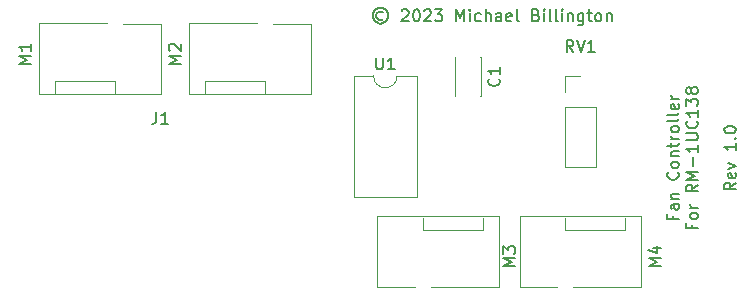
<source format=gto>
G04 #@! TF.GenerationSoftware,KiCad,Pcbnew,7.0.7+dfsg-1*
G04 #@! TF.CreationDate,2023-09-19T15:44:58+10:00*
G04 #@! TF.ProjectId,fan-controller,66616e2d-636f-46e7-9472-6f6c6c65722e,rev?*
G04 #@! TF.SameCoordinates,Original*
G04 #@! TF.FileFunction,Legend,Top*
G04 #@! TF.FilePolarity,Positive*
%FSLAX46Y46*%
G04 Gerber Fmt 4.6, Leading zero omitted, Abs format (unit mm)*
G04 Created by KiCad (PCBNEW 7.0.7+dfsg-1) date 2023-09-19 15:44:58*
%MOMM*%
%LPD*%
G01*
G04 APERTURE LIST*
%ADD10C,0.150000*%
%ADD11C,0.120000*%
%ADD12C,1.100000*%
%ADD13R,1.730000X2.030000*%
%ADD14O,1.730000X2.030000*%
%ADD15C,3.500000*%
%ADD16R,1.700000X1.700000*%
%ADD17O,1.700000X1.700000*%
%ADD18C,2.100000*%
%ADD19C,4.000000*%
%ADD20C,3.000000*%
%ADD21C,2.750000*%
%ADD22R,1.600000X1.600000*%
%ADD23O,1.600000X1.600000*%
%ADD24C,1.600000*%
G04 APERTURE END LIST*
D10*
X138206303Y-101237914D02*
X138111064Y-101190295D01*
X138111064Y-101190295D02*
X137920588Y-101190295D01*
X137920588Y-101190295D02*
X137825350Y-101237914D01*
X137825350Y-101237914D02*
X137730112Y-101333152D01*
X137730112Y-101333152D02*
X137682493Y-101428390D01*
X137682493Y-101428390D02*
X137682493Y-101618866D01*
X137682493Y-101618866D02*
X137730112Y-101714104D01*
X137730112Y-101714104D02*
X137825350Y-101809342D01*
X137825350Y-101809342D02*
X137920588Y-101856961D01*
X137920588Y-101856961D02*
X138111064Y-101856961D01*
X138111064Y-101856961D02*
X138206303Y-101809342D01*
X138015826Y-100856961D02*
X137777731Y-100904580D01*
X137777731Y-100904580D02*
X137539636Y-101047438D01*
X137539636Y-101047438D02*
X137396779Y-101285533D01*
X137396779Y-101285533D02*
X137349160Y-101523628D01*
X137349160Y-101523628D02*
X137396779Y-101761723D01*
X137396779Y-101761723D02*
X137539636Y-101999819D01*
X137539636Y-101999819D02*
X137777731Y-102142676D01*
X137777731Y-102142676D02*
X138015826Y-102190295D01*
X138015826Y-102190295D02*
X138253922Y-102142676D01*
X138253922Y-102142676D02*
X138492017Y-101999819D01*
X138492017Y-101999819D02*
X138634874Y-101761723D01*
X138634874Y-101761723D02*
X138682493Y-101523628D01*
X138682493Y-101523628D02*
X138634874Y-101285533D01*
X138634874Y-101285533D02*
X138492017Y-101047438D01*
X138492017Y-101047438D02*
X138253922Y-100904580D01*
X138253922Y-100904580D02*
X138015826Y-100856961D01*
X139825351Y-101095057D02*
X139872970Y-101047438D01*
X139872970Y-101047438D02*
X139968208Y-100999819D01*
X139968208Y-100999819D02*
X140206303Y-100999819D01*
X140206303Y-100999819D02*
X140301541Y-101047438D01*
X140301541Y-101047438D02*
X140349160Y-101095057D01*
X140349160Y-101095057D02*
X140396779Y-101190295D01*
X140396779Y-101190295D02*
X140396779Y-101285533D01*
X140396779Y-101285533D02*
X140349160Y-101428390D01*
X140349160Y-101428390D02*
X139777732Y-101999819D01*
X139777732Y-101999819D02*
X140396779Y-101999819D01*
X141015827Y-100999819D02*
X141111065Y-100999819D01*
X141111065Y-100999819D02*
X141206303Y-101047438D01*
X141206303Y-101047438D02*
X141253922Y-101095057D01*
X141253922Y-101095057D02*
X141301541Y-101190295D01*
X141301541Y-101190295D02*
X141349160Y-101380771D01*
X141349160Y-101380771D02*
X141349160Y-101618866D01*
X141349160Y-101618866D02*
X141301541Y-101809342D01*
X141301541Y-101809342D02*
X141253922Y-101904580D01*
X141253922Y-101904580D02*
X141206303Y-101952200D01*
X141206303Y-101952200D02*
X141111065Y-101999819D01*
X141111065Y-101999819D02*
X141015827Y-101999819D01*
X141015827Y-101999819D02*
X140920589Y-101952200D01*
X140920589Y-101952200D02*
X140872970Y-101904580D01*
X140872970Y-101904580D02*
X140825351Y-101809342D01*
X140825351Y-101809342D02*
X140777732Y-101618866D01*
X140777732Y-101618866D02*
X140777732Y-101380771D01*
X140777732Y-101380771D02*
X140825351Y-101190295D01*
X140825351Y-101190295D02*
X140872970Y-101095057D01*
X140872970Y-101095057D02*
X140920589Y-101047438D01*
X140920589Y-101047438D02*
X141015827Y-100999819D01*
X141730113Y-101095057D02*
X141777732Y-101047438D01*
X141777732Y-101047438D02*
X141872970Y-100999819D01*
X141872970Y-100999819D02*
X142111065Y-100999819D01*
X142111065Y-100999819D02*
X142206303Y-101047438D01*
X142206303Y-101047438D02*
X142253922Y-101095057D01*
X142253922Y-101095057D02*
X142301541Y-101190295D01*
X142301541Y-101190295D02*
X142301541Y-101285533D01*
X142301541Y-101285533D02*
X142253922Y-101428390D01*
X142253922Y-101428390D02*
X141682494Y-101999819D01*
X141682494Y-101999819D02*
X142301541Y-101999819D01*
X142634875Y-100999819D02*
X143253922Y-100999819D01*
X143253922Y-100999819D02*
X142920589Y-101380771D01*
X142920589Y-101380771D02*
X143063446Y-101380771D01*
X143063446Y-101380771D02*
X143158684Y-101428390D01*
X143158684Y-101428390D02*
X143206303Y-101476009D01*
X143206303Y-101476009D02*
X143253922Y-101571247D01*
X143253922Y-101571247D02*
X143253922Y-101809342D01*
X143253922Y-101809342D02*
X143206303Y-101904580D01*
X143206303Y-101904580D02*
X143158684Y-101952200D01*
X143158684Y-101952200D02*
X143063446Y-101999819D01*
X143063446Y-101999819D02*
X142777732Y-101999819D01*
X142777732Y-101999819D02*
X142682494Y-101952200D01*
X142682494Y-101952200D02*
X142634875Y-101904580D01*
X144444399Y-101999819D02*
X144444399Y-100999819D01*
X144444399Y-100999819D02*
X144777732Y-101714104D01*
X144777732Y-101714104D02*
X145111065Y-100999819D01*
X145111065Y-100999819D02*
X145111065Y-101999819D01*
X145587256Y-101999819D02*
X145587256Y-101333152D01*
X145587256Y-100999819D02*
X145539637Y-101047438D01*
X145539637Y-101047438D02*
X145587256Y-101095057D01*
X145587256Y-101095057D02*
X145634875Y-101047438D01*
X145634875Y-101047438D02*
X145587256Y-100999819D01*
X145587256Y-100999819D02*
X145587256Y-101095057D01*
X146492017Y-101952200D02*
X146396779Y-101999819D01*
X146396779Y-101999819D02*
X146206303Y-101999819D01*
X146206303Y-101999819D02*
X146111065Y-101952200D01*
X146111065Y-101952200D02*
X146063446Y-101904580D01*
X146063446Y-101904580D02*
X146015827Y-101809342D01*
X146015827Y-101809342D02*
X146015827Y-101523628D01*
X146015827Y-101523628D02*
X146063446Y-101428390D01*
X146063446Y-101428390D02*
X146111065Y-101380771D01*
X146111065Y-101380771D02*
X146206303Y-101333152D01*
X146206303Y-101333152D02*
X146396779Y-101333152D01*
X146396779Y-101333152D02*
X146492017Y-101380771D01*
X146920589Y-101999819D02*
X146920589Y-100999819D01*
X147349160Y-101999819D02*
X147349160Y-101476009D01*
X147349160Y-101476009D02*
X147301541Y-101380771D01*
X147301541Y-101380771D02*
X147206303Y-101333152D01*
X147206303Y-101333152D02*
X147063446Y-101333152D01*
X147063446Y-101333152D02*
X146968208Y-101380771D01*
X146968208Y-101380771D02*
X146920589Y-101428390D01*
X148253922Y-101999819D02*
X148253922Y-101476009D01*
X148253922Y-101476009D02*
X148206303Y-101380771D01*
X148206303Y-101380771D02*
X148111065Y-101333152D01*
X148111065Y-101333152D02*
X147920589Y-101333152D01*
X147920589Y-101333152D02*
X147825351Y-101380771D01*
X148253922Y-101952200D02*
X148158684Y-101999819D01*
X148158684Y-101999819D02*
X147920589Y-101999819D01*
X147920589Y-101999819D02*
X147825351Y-101952200D01*
X147825351Y-101952200D02*
X147777732Y-101856961D01*
X147777732Y-101856961D02*
X147777732Y-101761723D01*
X147777732Y-101761723D02*
X147825351Y-101666485D01*
X147825351Y-101666485D02*
X147920589Y-101618866D01*
X147920589Y-101618866D02*
X148158684Y-101618866D01*
X148158684Y-101618866D02*
X148253922Y-101571247D01*
X149111065Y-101952200D02*
X149015827Y-101999819D01*
X149015827Y-101999819D02*
X148825351Y-101999819D01*
X148825351Y-101999819D02*
X148730113Y-101952200D01*
X148730113Y-101952200D02*
X148682494Y-101856961D01*
X148682494Y-101856961D02*
X148682494Y-101476009D01*
X148682494Y-101476009D02*
X148730113Y-101380771D01*
X148730113Y-101380771D02*
X148825351Y-101333152D01*
X148825351Y-101333152D02*
X149015827Y-101333152D01*
X149015827Y-101333152D02*
X149111065Y-101380771D01*
X149111065Y-101380771D02*
X149158684Y-101476009D01*
X149158684Y-101476009D02*
X149158684Y-101571247D01*
X149158684Y-101571247D02*
X148682494Y-101666485D01*
X149730113Y-101999819D02*
X149634875Y-101952200D01*
X149634875Y-101952200D02*
X149587256Y-101856961D01*
X149587256Y-101856961D02*
X149587256Y-100999819D01*
X151206304Y-101476009D02*
X151349161Y-101523628D01*
X151349161Y-101523628D02*
X151396780Y-101571247D01*
X151396780Y-101571247D02*
X151444399Y-101666485D01*
X151444399Y-101666485D02*
X151444399Y-101809342D01*
X151444399Y-101809342D02*
X151396780Y-101904580D01*
X151396780Y-101904580D02*
X151349161Y-101952200D01*
X151349161Y-101952200D02*
X151253923Y-101999819D01*
X151253923Y-101999819D02*
X150872971Y-101999819D01*
X150872971Y-101999819D02*
X150872971Y-100999819D01*
X150872971Y-100999819D02*
X151206304Y-100999819D01*
X151206304Y-100999819D02*
X151301542Y-101047438D01*
X151301542Y-101047438D02*
X151349161Y-101095057D01*
X151349161Y-101095057D02*
X151396780Y-101190295D01*
X151396780Y-101190295D02*
X151396780Y-101285533D01*
X151396780Y-101285533D02*
X151349161Y-101380771D01*
X151349161Y-101380771D02*
X151301542Y-101428390D01*
X151301542Y-101428390D02*
X151206304Y-101476009D01*
X151206304Y-101476009D02*
X150872971Y-101476009D01*
X151872971Y-101999819D02*
X151872971Y-101333152D01*
X151872971Y-100999819D02*
X151825352Y-101047438D01*
X151825352Y-101047438D02*
X151872971Y-101095057D01*
X151872971Y-101095057D02*
X151920590Y-101047438D01*
X151920590Y-101047438D02*
X151872971Y-100999819D01*
X151872971Y-100999819D02*
X151872971Y-101095057D01*
X152492018Y-101999819D02*
X152396780Y-101952200D01*
X152396780Y-101952200D02*
X152349161Y-101856961D01*
X152349161Y-101856961D02*
X152349161Y-100999819D01*
X153015828Y-101999819D02*
X152920590Y-101952200D01*
X152920590Y-101952200D02*
X152872971Y-101856961D01*
X152872971Y-101856961D02*
X152872971Y-100999819D01*
X153396781Y-101999819D02*
X153396781Y-101333152D01*
X153396781Y-100999819D02*
X153349162Y-101047438D01*
X153349162Y-101047438D02*
X153396781Y-101095057D01*
X153396781Y-101095057D02*
X153444400Y-101047438D01*
X153444400Y-101047438D02*
X153396781Y-100999819D01*
X153396781Y-100999819D02*
X153396781Y-101095057D01*
X153872971Y-101333152D02*
X153872971Y-101999819D01*
X153872971Y-101428390D02*
X153920590Y-101380771D01*
X153920590Y-101380771D02*
X154015828Y-101333152D01*
X154015828Y-101333152D02*
X154158685Y-101333152D01*
X154158685Y-101333152D02*
X154253923Y-101380771D01*
X154253923Y-101380771D02*
X154301542Y-101476009D01*
X154301542Y-101476009D02*
X154301542Y-101999819D01*
X155206304Y-101333152D02*
X155206304Y-102142676D01*
X155206304Y-102142676D02*
X155158685Y-102237914D01*
X155158685Y-102237914D02*
X155111066Y-102285533D01*
X155111066Y-102285533D02*
X155015828Y-102333152D01*
X155015828Y-102333152D02*
X154872971Y-102333152D01*
X154872971Y-102333152D02*
X154777733Y-102285533D01*
X155206304Y-101952200D02*
X155111066Y-101999819D01*
X155111066Y-101999819D02*
X154920590Y-101999819D01*
X154920590Y-101999819D02*
X154825352Y-101952200D01*
X154825352Y-101952200D02*
X154777733Y-101904580D01*
X154777733Y-101904580D02*
X154730114Y-101809342D01*
X154730114Y-101809342D02*
X154730114Y-101523628D01*
X154730114Y-101523628D02*
X154777733Y-101428390D01*
X154777733Y-101428390D02*
X154825352Y-101380771D01*
X154825352Y-101380771D02*
X154920590Y-101333152D01*
X154920590Y-101333152D02*
X155111066Y-101333152D01*
X155111066Y-101333152D02*
X155206304Y-101380771D01*
X155539638Y-101333152D02*
X155920590Y-101333152D01*
X155682495Y-100999819D02*
X155682495Y-101856961D01*
X155682495Y-101856961D02*
X155730114Y-101952200D01*
X155730114Y-101952200D02*
X155825352Y-101999819D01*
X155825352Y-101999819D02*
X155920590Y-101999819D01*
X156396781Y-101999819D02*
X156301543Y-101952200D01*
X156301543Y-101952200D02*
X156253924Y-101904580D01*
X156253924Y-101904580D02*
X156206305Y-101809342D01*
X156206305Y-101809342D02*
X156206305Y-101523628D01*
X156206305Y-101523628D02*
X156253924Y-101428390D01*
X156253924Y-101428390D02*
X156301543Y-101380771D01*
X156301543Y-101380771D02*
X156396781Y-101333152D01*
X156396781Y-101333152D02*
X156539638Y-101333152D01*
X156539638Y-101333152D02*
X156634876Y-101380771D01*
X156634876Y-101380771D02*
X156682495Y-101428390D01*
X156682495Y-101428390D02*
X156730114Y-101523628D01*
X156730114Y-101523628D02*
X156730114Y-101809342D01*
X156730114Y-101809342D02*
X156682495Y-101904580D01*
X156682495Y-101904580D02*
X156634876Y-101952200D01*
X156634876Y-101952200D02*
X156539638Y-101999819D01*
X156539638Y-101999819D02*
X156396781Y-101999819D01*
X157158686Y-101333152D02*
X157158686Y-101999819D01*
X157158686Y-101428390D02*
X157206305Y-101380771D01*
X157206305Y-101380771D02*
X157301543Y-101333152D01*
X157301543Y-101333152D02*
X157444400Y-101333152D01*
X157444400Y-101333152D02*
X157539638Y-101380771D01*
X157539638Y-101380771D02*
X157587257Y-101476009D01*
X157587257Y-101476009D02*
X157587257Y-101999819D01*
X162766009Y-118447144D02*
X162766009Y-118780477D01*
X163289819Y-118780477D02*
X162289819Y-118780477D01*
X162289819Y-118780477D02*
X162289819Y-118304287D01*
X163289819Y-117494763D02*
X162766009Y-117494763D01*
X162766009Y-117494763D02*
X162670771Y-117542382D01*
X162670771Y-117542382D02*
X162623152Y-117637620D01*
X162623152Y-117637620D02*
X162623152Y-117828096D01*
X162623152Y-117828096D02*
X162670771Y-117923334D01*
X163242200Y-117494763D02*
X163289819Y-117590001D01*
X163289819Y-117590001D02*
X163289819Y-117828096D01*
X163289819Y-117828096D02*
X163242200Y-117923334D01*
X163242200Y-117923334D02*
X163146961Y-117970953D01*
X163146961Y-117970953D02*
X163051723Y-117970953D01*
X163051723Y-117970953D02*
X162956485Y-117923334D01*
X162956485Y-117923334D02*
X162908866Y-117828096D01*
X162908866Y-117828096D02*
X162908866Y-117590001D01*
X162908866Y-117590001D02*
X162861247Y-117494763D01*
X162623152Y-117018572D02*
X163289819Y-117018572D01*
X162718390Y-117018572D02*
X162670771Y-116970953D01*
X162670771Y-116970953D02*
X162623152Y-116875715D01*
X162623152Y-116875715D02*
X162623152Y-116732858D01*
X162623152Y-116732858D02*
X162670771Y-116637620D01*
X162670771Y-116637620D02*
X162766009Y-116590001D01*
X162766009Y-116590001D02*
X163289819Y-116590001D01*
X163194580Y-114780477D02*
X163242200Y-114828096D01*
X163242200Y-114828096D02*
X163289819Y-114970953D01*
X163289819Y-114970953D02*
X163289819Y-115066191D01*
X163289819Y-115066191D02*
X163242200Y-115209048D01*
X163242200Y-115209048D02*
X163146961Y-115304286D01*
X163146961Y-115304286D02*
X163051723Y-115351905D01*
X163051723Y-115351905D02*
X162861247Y-115399524D01*
X162861247Y-115399524D02*
X162718390Y-115399524D01*
X162718390Y-115399524D02*
X162527914Y-115351905D01*
X162527914Y-115351905D02*
X162432676Y-115304286D01*
X162432676Y-115304286D02*
X162337438Y-115209048D01*
X162337438Y-115209048D02*
X162289819Y-115066191D01*
X162289819Y-115066191D02*
X162289819Y-114970953D01*
X162289819Y-114970953D02*
X162337438Y-114828096D01*
X162337438Y-114828096D02*
X162385057Y-114780477D01*
X163289819Y-114209048D02*
X163242200Y-114304286D01*
X163242200Y-114304286D02*
X163194580Y-114351905D01*
X163194580Y-114351905D02*
X163099342Y-114399524D01*
X163099342Y-114399524D02*
X162813628Y-114399524D01*
X162813628Y-114399524D02*
X162718390Y-114351905D01*
X162718390Y-114351905D02*
X162670771Y-114304286D01*
X162670771Y-114304286D02*
X162623152Y-114209048D01*
X162623152Y-114209048D02*
X162623152Y-114066191D01*
X162623152Y-114066191D02*
X162670771Y-113970953D01*
X162670771Y-113970953D02*
X162718390Y-113923334D01*
X162718390Y-113923334D02*
X162813628Y-113875715D01*
X162813628Y-113875715D02*
X163099342Y-113875715D01*
X163099342Y-113875715D02*
X163194580Y-113923334D01*
X163194580Y-113923334D02*
X163242200Y-113970953D01*
X163242200Y-113970953D02*
X163289819Y-114066191D01*
X163289819Y-114066191D02*
X163289819Y-114209048D01*
X162623152Y-113447143D02*
X163289819Y-113447143D01*
X162718390Y-113447143D02*
X162670771Y-113399524D01*
X162670771Y-113399524D02*
X162623152Y-113304286D01*
X162623152Y-113304286D02*
X162623152Y-113161429D01*
X162623152Y-113161429D02*
X162670771Y-113066191D01*
X162670771Y-113066191D02*
X162766009Y-113018572D01*
X162766009Y-113018572D02*
X163289819Y-113018572D01*
X162623152Y-112685238D02*
X162623152Y-112304286D01*
X162289819Y-112542381D02*
X163146961Y-112542381D01*
X163146961Y-112542381D02*
X163242200Y-112494762D01*
X163242200Y-112494762D02*
X163289819Y-112399524D01*
X163289819Y-112399524D02*
X163289819Y-112304286D01*
X163289819Y-111970952D02*
X162623152Y-111970952D01*
X162813628Y-111970952D02*
X162718390Y-111923333D01*
X162718390Y-111923333D02*
X162670771Y-111875714D01*
X162670771Y-111875714D02*
X162623152Y-111780476D01*
X162623152Y-111780476D02*
X162623152Y-111685238D01*
X163289819Y-111209047D02*
X163242200Y-111304285D01*
X163242200Y-111304285D02*
X163194580Y-111351904D01*
X163194580Y-111351904D02*
X163099342Y-111399523D01*
X163099342Y-111399523D02*
X162813628Y-111399523D01*
X162813628Y-111399523D02*
X162718390Y-111351904D01*
X162718390Y-111351904D02*
X162670771Y-111304285D01*
X162670771Y-111304285D02*
X162623152Y-111209047D01*
X162623152Y-111209047D02*
X162623152Y-111066190D01*
X162623152Y-111066190D02*
X162670771Y-110970952D01*
X162670771Y-110970952D02*
X162718390Y-110923333D01*
X162718390Y-110923333D02*
X162813628Y-110875714D01*
X162813628Y-110875714D02*
X163099342Y-110875714D01*
X163099342Y-110875714D02*
X163194580Y-110923333D01*
X163194580Y-110923333D02*
X163242200Y-110970952D01*
X163242200Y-110970952D02*
X163289819Y-111066190D01*
X163289819Y-111066190D02*
X163289819Y-111209047D01*
X163289819Y-110304285D02*
X163242200Y-110399523D01*
X163242200Y-110399523D02*
X163146961Y-110447142D01*
X163146961Y-110447142D02*
X162289819Y-110447142D01*
X163289819Y-109780475D02*
X163242200Y-109875713D01*
X163242200Y-109875713D02*
X163146961Y-109923332D01*
X163146961Y-109923332D02*
X162289819Y-109923332D01*
X163242200Y-109018570D02*
X163289819Y-109113808D01*
X163289819Y-109113808D02*
X163289819Y-109304284D01*
X163289819Y-109304284D02*
X163242200Y-109399522D01*
X163242200Y-109399522D02*
X163146961Y-109447141D01*
X163146961Y-109447141D02*
X162766009Y-109447141D01*
X162766009Y-109447141D02*
X162670771Y-109399522D01*
X162670771Y-109399522D02*
X162623152Y-109304284D01*
X162623152Y-109304284D02*
X162623152Y-109113808D01*
X162623152Y-109113808D02*
X162670771Y-109018570D01*
X162670771Y-109018570D02*
X162766009Y-108970951D01*
X162766009Y-108970951D02*
X162861247Y-108970951D01*
X162861247Y-108970951D02*
X162956485Y-109447141D01*
X163289819Y-108542379D02*
X162623152Y-108542379D01*
X162813628Y-108542379D02*
X162718390Y-108494760D01*
X162718390Y-108494760D02*
X162670771Y-108447141D01*
X162670771Y-108447141D02*
X162623152Y-108351903D01*
X162623152Y-108351903D02*
X162623152Y-108256665D01*
X164376009Y-119209047D02*
X164376009Y-119542380D01*
X164899819Y-119542380D02*
X163899819Y-119542380D01*
X163899819Y-119542380D02*
X163899819Y-119066190D01*
X164899819Y-118542380D02*
X164852200Y-118637618D01*
X164852200Y-118637618D02*
X164804580Y-118685237D01*
X164804580Y-118685237D02*
X164709342Y-118732856D01*
X164709342Y-118732856D02*
X164423628Y-118732856D01*
X164423628Y-118732856D02*
X164328390Y-118685237D01*
X164328390Y-118685237D02*
X164280771Y-118637618D01*
X164280771Y-118637618D02*
X164233152Y-118542380D01*
X164233152Y-118542380D02*
X164233152Y-118399523D01*
X164233152Y-118399523D02*
X164280771Y-118304285D01*
X164280771Y-118304285D02*
X164328390Y-118256666D01*
X164328390Y-118256666D02*
X164423628Y-118209047D01*
X164423628Y-118209047D02*
X164709342Y-118209047D01*
X164709342Y-118209047D02*
X164804580Y-118256666D01*
X164804580Y-118256666D02*
X164852200Y-118304285D01*
X164852200Y-118304285D02*
X164899819Y-118399523D01*
X164899819Y-118399523D02*
X164899819Y-118542380D01*
X164899819Y-117780475D02*
X164233152Y-117780475D01*
X164423628Y-117780475D02*
X164328390Y-117732856D01*
X164328390Y-117732856D02*
X164280771Y-117685237D01*
X164280771Y-117685237D02*
X164233152Y-117589999D01*
X164233152Y-117589999D02*
X164233152Y-117494761D01*
X164899819Y-115828094D02*
X164423628Y-116161427D01*
X164899819Y-116399522D02*
X163899819Y-116399522D01*
X163899819Y-116399522D02*
X163899819Y-116018570D01*
X163899819Y-116018570D02*
X163947438Y-115923332D01*
X163947438Y-115923332D02*
X163995057Y-115875713D01*
X163995057Y-115875713D02*
X164090295Y-115828094D01*
X164090295Y-115828094D02*
X164233152Y-115828094D01*
X164233152Y-115828094D02*
X164328390Y-115875713D01*
X164328390Y-115875713D02*
X164376009Y-115923332D01*
X164376009Y-115923332D02*
X164423628Y-116018570D01*
X164423628Y-116018570D02*
X164423628Y-116399522D01*
X164899819Y-115399522D02*
X163899819Y-115399522D01*
X163899819Y-115399522D02*
X164614104Y-115066189D01*
X164614104Y-115066189D02*
X163899819Y-114732856D01*
X163899819Y-114732856D02*
X164899819Y-114732856D01*
X164518866Y-114256665D02*
X164518866Y-113494761D01*
X164899819Y-112494761D02*
X164899819Y-113066189D01*
X164899819Y-112780475D02*
X163899819Y-112780475D01*
X163899819Y-112780475D02*
X164042676Y-112875713D01*
X164042676Y-112875713D02*
X164137914Y-112970951D01*
X164137914Y-112970951D02*
X164185533Y-113066189D01*
X163899819Y-112066189D02*
X164709342Y-112066189D01*
X164709342Y-112066189D02*
X164804580Y-112018570D01*
X164804580Y-112018570D02*
X164852200Y-111970951D01*
X164852200Y-111970951D02*
X164899819Y-111875713D01*
X164899819Y-111875713D02*
X164899819Y-111685237D01*
X164899819Y-111685237D02*
X164852200Y-111589999D01*
X164852200Y-111589999D02*
X164804580Y-111542380D01*
X164804580Y-111542380D02*
X164709342Y-111494761D01*
X164709342Y-111494761D02*
X163899819Y-111494761D01*
X164804580Y-110447142D02*
X164852200Y-110494761D01*
X164852200Y-110494761D02*
X164899819Y-110637618D01*
X164899819Y-110637618D02*
X164899819Y-110732856D01*
X164899819Y-110732856D02*
X164852200Y-110875713D01*
X164852200Y-110875713D02*
X164756961Y-110970951D01*
X164756961Y-110970951D02*
X164661723Y-111018570D01*
X164661723Y-111018570D02*
X164471247Y-111066189D01*
X164471247Y-111066189D02*
X164328390Y-111066189D01*
X164328390Y-111066189D02*
X164137914Y-111018570D01*
X164137914Y-111018570D02*
X164042676Y-110970951D01*
X164042676Y-110970951D02*
X163947438Y-110875713D01*
X163947438Y-110875713D02*
X163899819Y-110732856D01*
X163899819Y-110732856D02*
X163899819Y-110637618D01*
X163899819Y-110637618D02*
X163947438Y-110494761D01*
X163947438Y-110494761D02*
X163995057Y-110447142D01*
X164899819Y-109494761D02*
X164899819Y-110066189D01*
X164899819Y-109780475D02*
X163899819Y-109780475D01*
X163899819Y-109780475D02*
X164042676Y-109875713D01*
X164042676Y-109875713D02*
X164137914Y-109970951D01*
X164137914Y-109970951D02*
X164185533Y-110066189D01*
X163899819Y-109161427D02*
X163899819Y-108542380D01*
X163899819Y-108542380D02*
X164280771Y-108875713D01*
X164280771Y-108875713D02*
X164280771Y-108732856D01*
X164280771Y-108732856D02*
X164328390Y-108637618D01*
X164328390Y-108637618D02*
X164376009Y-108589999D01*
X164376009Y-108589999D02*
X164471247Y-108542380D01*
X164471247Y-108542380D02*
X164709342Y-108542380D01*
X164709342Y-108542380D02*
X164804580Y-108589999D01*
X164804580Y-108589999D02*
X164852200Y-108637618D01*
X164852200Y-108637618D02*
X164899819Y-108732856D01*
X164899819Y-108732856D02*
X164899819Y-109018570D01*
X164899819Y-109018570D02*
X164852200Y-109113808D01*
X164852200Y-109113808D02*
X164804580Y-109161427D01*
X164328390Y-107970951D02*
X164280771Y-108066189D01*
X164280771Y-108066189D02*
X164233152Y-108113808D01*
X164233152Y-108113808D02*
X164137914Y-108161427D01*
X164137914Y-108161427D02*
X164090295Y-108161427D01*
X164090295Y-108161427D02*
X163995057Y-108113808D01*
X163995057Y-108113808D02*
X163947438Y-108066189D01*
X163947438Y-108066189D02*
X163899819Y-107970951D01*
X163899819Y-107970951D02*
X163899819Y-107780475D01*
X163899819Y-107780475D02*
X163947438Y-107685237D01*
X163947438Y-107685237D02*
X163995057Y-107637618D01*
X163995057Y-107637618D02*
X164090295Y-107589999D01*
X164090295Y-107589999D02*
X164137914Y-107589999D01*
X164137914Y-107589999D02*
X164233152Y-107637618D01*
X164233152Y-107637618D02*
X164280771Y-107685237D01*
X164280771Y-107685237D02*
X164328390Y-107780475D01*
X164328390Y-107780475D02*
X164328390Y-107970951D01*
X164328390Y-107970951D02*
X164376009Y-108066189D01*
X164376009Y-108066189D02*
X164423628Y-108113808D01*
X164423628Y-108113808D02*
X164518866Y-108161427D01*
X164518866Y-108161427D02*
X164709342Y-108161427D01*
X164709342Y-108161427D02*
X164804580Y-108113808D01*
X164804580Y-108113808D02*
X164852200Y-108066189D01*
X164852200Y-108066189D02*
X164899819Y-107970951D01*
X164899819Y-107970951D02*
X164899819Y-107780475D01*
X164899819Y-107780475D02*
X164852200Y-107685237D01*
X164852200Y-107685237D02*
X164804580Y-107637618D01*
X164804580Y-107637618D02*
X164709342Y-107589999D01*
X164709342Y-107589999D02*
X164518866Y-107589999D01*
X164518866Y-107589999D02*
X164423628Y-107637618D01*
X164423628Y-107637618D02*
X164376009Y-107685237D01*
X164376009Y-107685237D02*
X164328390Y-107780475D01*
X168119819Y-115661428D02*
X167643628Y-115994761D01*
X168119819Y-116232856D02*
X167119819Y-116232856D01*
X167119819Y-116232856D02*
X167119819Y-115851904D01*
X167119819Y-115851904D02*
X167167438Y-115756666D01*
X167167438Y-115756666D02*
X167215057Y-115709047D01*
X167215057Y-115709047D02*
X167310295Y-115661428D01*
X167310295Y-115661428D02*
X167453152Y-115661428D01*
X167453152Y-115661428D02*
X167548390Y-115709047D01*
X167548390Y-115709047D02*
X167596009Y-115756666D01*
X167596009Y-115756666D02*
X167643628Y-115851904D01*
X167643628Y-115851904D02*
X167643628Y-116232856D01*
X168072200Y-114851904D02*
X168119819Y-114947142D01*
X168119819Y-114947142D02*
X168119819Y-115137618D01*
X168119819Y-115137618D02*
X168072200Y-115232856D01*
X168072200Y-115232856D02*
X167976961Y-115280475D01*
X167976961Y-115280475D02*
X167596009Y-115280475D01*
X167596009Y-115280475D02*
X167500771Y-115232856D01*
X167500771Y-115232856D02*
X167453152Y-115137618D01*
X167453152Y-115137618D02*
X167453152Y-114947142D01*
X167453152Y-114947142D02*
X167500771Y-114851904D01*
X167500771Y-114851904D02*
X167596009Y-114804285D01*
X167596009Y-114804285D02*
X167691247Y-114804285D01*
X167691247Y-114804285D02*
X167786485Y-115280475D01*
X167453152Y-114470951D02*
X168119819Y-114232856D01*
X168119819Y-114232856D02*
X167453152Y-113994761D01*
X168119819Y-112328094D02*
X168119819Y-112899522D01*
X168119819Y-112613808D02*
X167119819Y-112613808D01*
X167119819Y-112613808D02*
X167262676Y-112709046D01*
X167262676Y-112709046D02*
X167357914Y-112804284D01*
X167357914Y-112804284D02*
X167405533Y-112899522D01*
X168024580Y-111899522D02*
X168072200Y-111851903D01*
X168072200Y-111851903D02*
X168119819Y-111899522D01*
X168119819Y-111899522D02*
X168072200Y-111947141D01*
X168072200Y-111947141D02*
X168024580Y-111899522D01*
X168024580Y-111899522D02*
X168119819Y-111899522D01*
X167119819Y-111232856D02*
X167119819Y-111137618D01*
X167119819Y-111137618D02*
X167167438Y-111042380D01*
X167167438Y-111042380D02*
X167215057Y-110994761D01*
X167215057Y-110994761D02*
X167310295Y-110947142D01*
X167310295Y-110947142D02*
X167500771Y-110899523D01*
X167500771Y-110899523D02*
X167738866Y-110899523D01*
X167738866Y-110899523D02*
X167929342Y-110947142D01*
X167929342Y-110947142D02*
X168024580Y-110994761D01*
X168024580Y-110994761D02*
X168072200Y-111042380D01*
X168072200Y-111042380D02*
X168119819Y-111137618D01*
X168119819Y-111137618D02*
X168119819Y-111232856D01*
X168119819Y-111232856D02*
X168072200Y-111328094D01*
X168072200Y-111328094D02*
X168024580Y-111375713D01*
X168024580Y-111375713D02*
X167929342Y-111423332D01*
X167929342Y-111423332D02*
X167738866Y-111470951D01*
X167738866Y-111470951D02*
X167500771Y-111470951D01*
X167500771Y-111470951D02*
X167310295Y-111423332D01*
X167310295Y-111423332D02*
X167215057Y-111375713D01*
X167215057Y-111375713D02*
X167167438Y-111328094D01*
X167167438Y-111328094D02*
X167119819Y-111232856D01*
X121104819Y-105584523D02*
X120104819Y-105584523D01*
X120104819Y-105584523D02*
X120819104Y-105251190D01*
X120819104Y-105251190D02*
X120104819Y-104917857D01*
X120104819Y-104917857D02*
X121104819Y-104917857D01*
X120200057Y-104489285D02*
X120152438Y-104441666D01*
X120152438Y-104441666D02*
X120104819Y-104346428D01*
X120104819Y-104346428D02*
X120104819Y-104108333D01*
X120104819Y-104108333D02*
X120152438Y-104013095D01*
X120152438Y-104013095D02*
X120200057Y-103965476D01*
X120200057Y-103965476D02*
X120295295Y-103917857D01*
X120295295Y-103917857D02*
X120390533Y-103917857D01*
X120390533Y-103917857D02*
X120533390Y-103965476D01*
X120533390Y-103965476D02*
X121104819Y-104536904D01*
X121104819Y-104536904D02*
X121104819Y-103917857D01*
X161744819Y-122729523D02*
X160744819Y-122729523D01*
X160744819Y-122729523D02*
X161459104Y-122396190D01*
X161459104Y-122396190D02*
X160744819Y-122062857D01*
X160744819Y-122062857D02*
X161744819Y-122062857D01*
X161078152Y-121158095D02*
X161744819Y-121158095D01*
X160697200Y-121396190D02*
X161411485Y-121634285D01*
X161411485Y-121634285D02*
X161411485Y-121015238D01*
X154344761Y-104594819D02*
X154011428Y-104118628D01*
X153773333Y-104594819D02*
X153773333Y-103594819D01*
X153773333Y-103594819D02*
X154154285Y-103594819D01*
X154154285Y-103594819D02*
X154249523Y-103642438D01*
X154249523Y-103642438D02*
X154297142Y-103690057D01*
X154297142Y-103690057D02*
X154344761Y-103785295D01*
X154344761Y-103785295D02*
X154344761Y-103928152D01*
X154344761Y-103928152D02*
X154297142Y-104023390D01*
X154297142Y-104023390D02*
X154249523Y-104071009D01*
X154249523Y-104071009D02*
X154154285Y-104118628D01*
X154154285Y-104118628D02*
X153773333Y-104118628D01*
X154630476Y-103594819D02*
X154963809Y-104594819D01*
X154963809Y-104594819D02*
X155297142Y-103594819D01*
X156154285Y-104594819D02*
X155582857Y-104594819D01*
X155868571Y-104594819D02*
X155868571Y-103594819D01*
X155868571Y-103594819D02*
X155773333Y-103737676D01*
X155773333Y-103737676D02*
X155678095Y-103832914D01*
X155678095Y-103832914D02*
X155582857Y-103880533D01*
X119046666Y-109690819D02*
X119046666Y-110405104D01*
X119046666Y-110405104D02*
X118999047Y-110547961D01*
X118999047Y-110547961D02*
X118903809Y-110643200D01*
X118903809Y-110643200D02*
X118760952Y-110690819D01*
X118760952Y-110690819D02*
X118665714Y-110690819D01*
X120046666Y-110690819D02*
X119475238Y-110690819D01*
X119760952Y-110690819D02*
X119760952Y-109690819D01*
X119760952Y-109690819D02*
X119665714Y-109833676D01*
X119665714Y-109833676D02*
X119570476Y-109928914D01*
X119570476Y-109928914D02*
X119475238Y-109976533D01*
X149425819Y-122729523D02*
X148425819Y-122729523D01*
X148425819Y-122729523D02*
X149140104Y-122396190D01*
X149140104Y-122396190D02*
X148425819Y-122062857D01*
X148425819Y-122062857D02*
X149425819Y-122062857D01*
X148425819Y-121681904D02*
X148425819Y-121062857D01*
X148425819Y-121062857D02*
X148806771Y-121396190D01*
X148806771Y-121396190D02*
X148806771Y-121253333D01*
X148806771Y-121253333D02*
X148854390Y-121158095D01*
X148854390Y-121158095D02*
X148902009Y-121110476D01*
X148902009Y-121110476D02*
X148997247Y-121062857D01*
X148997247Y-121062857D02*
X149235342Y-121062857D01*
X149235342Y-121062857D02*
X149330580Y-121110476D01*
X149330580Y-121110476D02*
X149378200Y-121158095D01*
X149378200Y-121158095D02*
X149425819Y-121253333D01*
X149425819Y-121253333D02*
X149425819Y-121539047D01*
X149425819Y-121539047D02*
X149378200Y-121634285D01*
X149378200Y-121634285D02*
X149330580Y-121681904D01*
X108404819Y-105584523D02*
X107404819Y-105584523D01*
X107404819Y-105584523D02*
X108119104Y-105251190D01*
X108119104Y-105251190D02*
X107404819Y-104917857D01*
X107404819Y-104917857D02*
X108404819Y-104917857D01*
X108404819Y-103917857D02*
X108404819Y-104489285D01*
X108404819Y-104203571D02*
X107404819Y-104203571D01*
X107404819Y-104203571D02*
X107547676Y-104298809D01*
X107547676Y-104298809D02*
X107642914Y-104394047D01*
X107642914Y-104394047D02*
X107690533Y-104489285D01*
X137668095Y-105074819D02*
X137668095Y-105884342D01*
X137668095Y-105884342D02*
X137715714Y-105979580D01*
X137715714Y-105979580D02*
X137763333Y-106027200D01*
X137763333Y-106027200D02*
X137858571Y-106074819D01*
X137858571Y-106074819D02*
X138049047Y-106074819D01*
X138049047Y-106074819D02*
X138144285Y-106027200D01*
X138144285Y-106027200D02*
X138191904Y-105979580D01*
X138191904Y-105979580D02*
X138239523Y-105884342D01*
X138239523Y-105884342D02*
X138239523Y-105074819D01*
X139239523Y-106074819D02*
X138668095Y-106074819D01*
X138953809Y-106074819D02*
X138953809Y-105074819D01*
X138953809Y-105074819D02*
X138858571Y-105217676D01*
X138858571Y-105217676D02*
X138763333Y-105312914D01*
X138763333Y-105312914D02*
X138668095Y-105360533D01*
X148024580Y-106846666D02*
X148072200Y-106894285D01*
X148072200Y-106894285D02*
X148119819Y-107037142D01*
X148119819Y-107037142D02*
X148119819Y-107132380D01*
X148119819Y-107132380D02*
X148072200Y-107275237D01*
X148072200Y-107275237D02*
X147976961Y-107370475D01*
X147976961Y-107370475D02*
X147881723Y-107418094D01*
X147881723Y-107418094D02*
X147691247Y-107465713D01*
X147691247Y-107465713D02*
X147548390Y-107465713D01*
X147548390Y-107465713D02*
X147357914Y-107418094D01*
X147357914Y-107418094D02*
X147262676Y-107370475D01*
X147262676Y-107370475D02*
X147167438Y-107275237D01*
X147167438Y-107275237D02*
X147119819Y-107132380D01*
X147119819Y-107132380D02*
X147119819Y-107037142D01*
X147119819Y-107037142D02*
X147167438Y-106894285D01*
X147167438Y-106894285D02*
X147215057Y-106846666D01*
X148119819Y-105894285D02*
X148119819Y-106465713D01*
X148119819Y-106179999D02*
X147119819Y-106179999D01*
X147119819Y-106179999D02*
X147262676Y-106275237D01*
X147262676Y-106275237D02*
X147357914Y-106370475D01*
X147357914Y-106370475D02*
X147405533Y-106465713D01*
D11*
X121840000Y-102175000D02*
X127590000Y-102175000D01*
X121840000Y-108175000D02*
X121840000Y-102175000D01*
X123190000Y-107065000D02*
X128270000Y-107065000D01*
X123190000Y-108075000D02*
X123190000Y-107065000D01*
X128270000Y-107065000D02*
X128270000Y-108075000D01*
X128940000Y-102225000D02*
X132140000Y-102225000D01*
X132140000Y-102225000D02*
X132140000Y-108175000D01*
X132140000Y-108175000D02*
X121840000Y-108175000D01*
X160100000Y-124520000D02*
X154350000Y-124520000D01*
X160100000Y-118520000D02*
X160100000Y-124520000D01*
X158750000Y-119630000D02*
X153670000Y-119630000D01*
X158750000Y-118620000D02*
X158750000Y-119630000D01*
X153670000Y-119630000D02*
X153670000Y-118620000D01*
X153000000Y-124470000D02*
X149800000Y-124470000D01*
X149800000Y-124470000D02*
X149800000Y-118520000D01*
X149800000Y-118520000D02*
X160100000Y-118520000D01*
X153610000Y-106620000D02*
X154940000Y-106620000D01*
X153610000Y-107950000D02*
X153610000Y-106620000D01*
X153610000Y-109220000D02*
X153610000Y-114360000D01*
X153610000Y-109220000D02*
X156270000Y-109220000D01*
X153610000Y-114360000D02*
X156270000Y-114360000D01*
X156270000Y-109220000D02*
X156270000Y-114360000D01*
X137735000Y-118520000D02*
X148035000Y-118520000D01*
X137735000Y-124470000D02*
X137735000Y-118520000D01*
X140935000Y-124470000D02*
X137735000Y-124470000D01*
X141605000Y-119630000D02*
X141605000Y-118620000D01*
X146685000Y-118620000D02*
X146685000Y-119630000D01*
X146685000Y-119630000D02*
X141605000Y-119630000D01*
X148035000Y-118520000D02*
X148035000Y-124520000D01*
X148035000Y-124520000D02*
X142285000Y-124520000D01*
X109140000Y-102175000D02*
X114890000Y-102175000D01*
X109140000Y-108175000D02*
X109140000Y-102175000D01*
X110490000Y-107065000D02*
X115570000Y-107065000D01*
X110490000Y-108075000D02*
X110490000Y-107065000D01*
X115570000Y-107065000D02*
X115570000Y-108075000D01*
X116240000Y-102225000D02*
X119440000Y-102225000D01*
X119440000Y-102225000D02*
X119440000Y-108175000D01*
X119440000Y-108175000D02*
X109140000Y-108175000D01*
X135780000Y-106620000D02*
X135780000Y-116900000D01*
X135780000Y-116900000D02*
X141080000Y-116900000D01*
X137430000Y-106620000D02*
X135780000Y-106620000D01*
X141080000Y-106620000D02*
X139430000Y-106620000D01*
X141080000Y-116900000D02*
X141080000Y-106620000D01*
X137430000Y-106620000D02*
G75*
G03*
X139430000Y-106620000I1000000J0D01*
G01*
X146535000Y-105060000D02*
X146470000Y-105060000D01*
X146535000Y-105060000D02*
X146535000Y-108300000D01*
X144360000Y-105060000D02*
X144295000Y-105060000D01*
X144295000Y-105060000D02*
X144295000Y-108300000D01*
X146535000Y-108300000D02*
X146470000Y-108300000D01*
X144360000Y-108300000D02*
X144295000Y-108300000D01*
%LPC*%
D12*
X128270000Y-102615000D03*
D13*
X123190000Y-104775000D03*
D14*
X125730000Y-104775000D03*
X128270000Y-104775000D03*
X130810000Y-104775000D03*
D12*
X153670000Y-124080000D03*
D13*
X158750000Y-121920000D03*
D14*
X156210000Y-121920000D03*
X153670000Y-121920000D03*
X151130000Y-121920000D03*
D15*
X103000000Y-103375000D03*
X103000000Y-123375000D03*
D16*
X154940000Y-107950000D03*
D17*
X154940000Y-110490000D03*
X154940000Y-113030000D03*
D18*
X129540000Y-115570000D03*
D19*
X124380000Y-123370000D03*
X114380000Y-123370000D03*
D18*
X109220000Y-115570000D03*
D20*
X111760000Y-113030000D03*
D21*
X116840000Y-113030000D03*
D20*
X121920000Y-113030000D03*
X127000000Y-113030000D03*
D15*
X167000000Y-123375000D03*
X167000000Y-103375000D03*
D14*
X139065000Y-121920000D03*
X141605000Y-121920000D03*
X144145000Y-121920000D03*
D13*
X146685000Y-121920000D03*
D12*
X141605000Y-124080000D03*
X115570000Y-102615000D03*
D13*
X110490000Y-104775000D03*
D14*
X113030000Y-104775000D03*
X115570000Y-104775000D03*
X118110000Y-104775000D03*
D22*
X134620000Y-107950000D03*
D23*
X134620000Y-110490000D03*
X134620000Y-113030000D03*
X134620000Y-115570000D03*
X142240000Y-115570000D03*
X142240000Y-113030000D03*
X142240000Y-110490000D03*
X142240000Y-107950000D03*
D24*
X145415000Y-105430000D03*
X145415000Y-107930000D03*
%LPD*%
M02*

</source>
